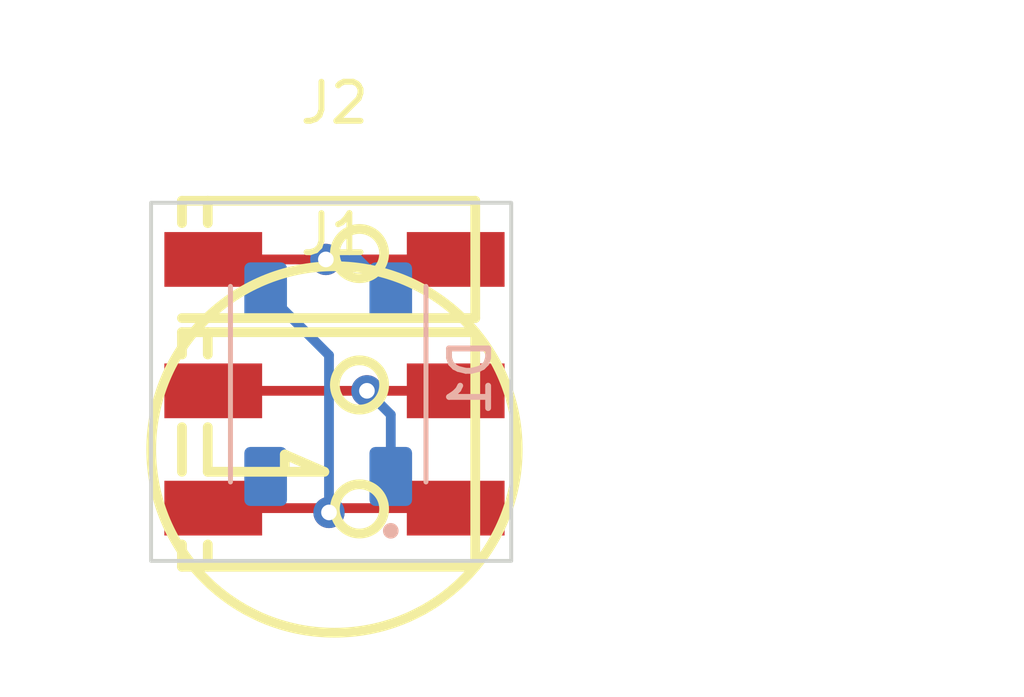
<source format=kicad_pcb>
(kicad_pcb (version 20221018) (generator pcbnew)
  (layers (0 "F.Cu" signal) (31 "B.Cu" signal) (34 "B.Paste" user) (35 "F.Paste" user) (36 "B.SilkS" user "B.Silkscreen") (37 "F.SilkS" user "F.Silkscreen") (38 "B.Mask" user) (39 "F.Mask" user) (44 "Edge.Cuts" user))
  (net 0 "")
  (net 1 "Net-(D1-DIN)")
  (net 2 "Net-(D1-VDD)")
  (net 3 "Net-(D1-VSS)")
  (footprint "easyeda2kicad:CONN-SMD_2059-302" (layer "F.Cu") (at 170.77 92.66)
    (fp_text reference "J1" (at 0 -5.5) (layer "F.SilkS"))
    (fp_text value "Screw_Terminal_01x02")
    (fp_line (start -3.9 -3) (end -3.9 -2.43) (stroke (width 0.25)) (layer "F.SilkS"))
    (fp_line (start -3.9 -3) (end -3.24 -3) (stroke (width 0.25)) (layer "F.SilkS"))
    (fp_line (start -3.9 -0.57) (end -3.9 0.57) (stroke (width 0.25)) (layer "F.SilkS"))
    (fp_line (start -3.9 2.43) (end -3.9 3) (stroke (width 0.25)) (layer "F.SilkS"))
    (fp_line (start -3.24 -3) (end -3.24 -2.43) (stroke (width 0.25)) (layer "F.SilkS"))
    (fp_line (start -3.24 -3) (end 3.6 -3) (stroke (width 0.25)) (layer "F.SilkS"))
    (fp_line (start -3.24 -0.57) (end -3.24 0.57) (stroke (width 0.25)) (layer "F.SilkS"))
    (fp_line (start -3.24 0.57) (end -0.26 0.57) (stroke (width 0.25)) (layer "F.SilkS"))
    (fp_line (start -3.24 2.43) (end -3.24 3) (stroke (width 0.25)) (layer "F.SilkS"))
    (fp_line (start -1.27 0.13) (end -1.27 0.51) (stroke (width 0.25)) (layer "F.SilkS"))
    (fp_line (start -0.26 0.57) (end -1.27 0.13) (stroke (width 0.25)) (layer "F.SilkS"))
    (fp_line (start 3.6 -3) (end 3.6 3) (stroke (width 0.25)) (layer "F.SilkS"))
    (fp_line (start 3.6 3) (end -3.9 3) (stroke (width 0.25)) (layer "F.SilkS"))
    (fp_arc (start 3.6 -3) (mid -3.6 3) (end 3.6 -3) (stroke (width 0.25)) (layer "F.SilkS"))
    (fp_circle (center 0.64 -1.65) (end 1.27 -1.65) (stroke (width 0.25)) (fill none) (layer "F.SilkS"))
    (fp_circle (center 0.64 1.52) (end 1.27 1.52) (stroke (width 0.25)) (fill none) (layer "F.SilkS"))
    (pad "1" smd rect (at -3.1 -1.5 90) (size 1.4 2.5) (layers "F.Cu" "F.Paste" "F.Mask") (net 2 "Net-(D1-VDD)"))
    (pad "1" smd rect (at 3.1 -1.5 90) (size 1.4 2.5) (layers "F.Cu" "F.Paste" "F.Mask") (net 2 "Net-(D1-VDD)"))
    (pad "2" smd rect (at -3.1 1.5 90) (size 1.4 2.5) (layers "F.Cu" "F.Paste" "F.Mask") (net 3 "Net-(D1-VSS)"))
    (pad "2" smd rect (at 3.1 1.5 90) (size 1.4 2.5) (layers "F.Cu" "F.Paste" "F.Mask") (net 3 "Net-(D1-VSS)"))
  )
  (footprint "easyeda2kicad:CONN-SMD_custom1" (layer "F.Cu") (at 170.77 89.3)
    (fp_text reference "J2" (at 0 -5.5) (layer "F.SilkS"))
    (fp_text value "Screw_Terminal_01x01")
    (fp_line (start -3.9 -3) (end -3.9 -2.43) (stroke (width 0.25)) (layer "F.SilkS"))
    (fp_line (start -3.9 -3) (end -3.24 -3) (stroke (width 0.25)) (layer "F.SilkS"))
    (fp_line (start -3.24 -3) (end -3.24 -2.43) (stroke (width 0.25)) (layer "F.SilkS"))
    (fp_line (start -3.24 -3) (end 3.6 -3) (stroke (width 0.25)) (layer "F.SilkS"))
    (fp_line (start 3.6 -3) (end 3.6 0) (stroke (width 0.25)) (layer "F.SilkS"))
    (fp_line (start 3.6 0) (end -3.9 0) (stroke (width 0.25)) (layer "F.SilkS"))
    (fp_circle (center 0.64 -1.65) (end 1.27 -1.65) (stroke (width 0.25)) (fill none) (layer "F.SilkS"))
    (pad "1" smd rect (at -3.1 -1.5 90) (size 1.4 2.5) (layers "F.Cu" "F.Paste" "F.Mask") (net 1 "Net-(D1-DIN)"))
    (pad "1" smd rect (at 3.1 -1.5 90) (size 1.4 2.5) (layers "F.Cu" "F.Paste" "F.Mask") (net 1 "Net-(D1-DIN)"))
  )
  (footprint "easyeda2kicad:SOL320P540X170-4N" (layer "B.Cu") (at 170.61 90.99 90)
    (fp_text reference "D1" (at 0.175 3.635 90) (layer "B.SilkS") (effects (justify mirror)))
    (fp_text value "2758")
    (fp_line (start -2.5 -2.5) (end 2.5 -2.5) (stroke (width 0.127)) (layer "B.SilkS"))
    (fp_line (start 2.5 2.5) (end -2.5 2.5) (stroke (width 0.127)) (layer "B.SilkS"))
    (fp_circle (center -3.75 1.6) (end -3.65 1.6) (stroke (width 0.2)) (fill none) (layer "B.SilkS"))
    (pad "1" smd roundrect (at -2.36 1.6 90) (size 1.51 1.09) (layers "B.Cu" "B.Paste" "B.Mask") (roundrect_rratio 0.14) (net 2 "Net-(D1-VDD)"))
    (pad "2" smd roundrect (at -2.36 -1.6 90) (size 1.51 1.09) (layers "B.Cu" "B.Paste" "B.Mask") (roundrect_rratio 0.14))
    (pad "3" smd roundrect (at 2.36 -1.6 90) (size 1.51 1.09) (layers "B.Cu" "B.Paste" "B.Mask") (roundrect_rratio 0.14) (net 3 "Net-(D1-VSS)"))
    (pad "4" smd roundrect (at 2.36 1.6 90) (size 1.51 1.09) (layers "B.Cu" "B.Paste" "B.Mask") (roundrect_rratio 0.14) (net 1 "Net-(D1-DIN)"))
  )
  (gr_rect (start 166.08 86.35) (end 175.29 95.51) (stroke (width 0.1)) (fill none) (layer "Edge.Cuts"))
  (segment (start 173.79 87.8) (end 170.55 87.8) (width 0.25) (layer "F.Cu") (net 1))
  (segment (start 167.59 87.8) (end 170.55 87.8) (width 0.25) (layer "F.Cu") (net 1))
  (via (at 170.55 87.8) (size 0.8) (drill 0.4) (layers "F.Cu" "B.Cu") (net 1))
  (segment (start 170.55 87.8) (end 171.38 87.8) (width 0.25) (layer "B.Cu") (net 1))
  (segment (start 171.38 87.8) (end 172.21 88.63) (width 0.25) (layer "B.Cu") (net 1))
  (segment (start 171.6 91.16) (end 173.87 91.16) (width 0.25) (layer "F.Cu") (net 2))
  (segment (start 171.6 91.16) (end 167.67 91.16) (width 0.25) (layer "F.Cu") (net 2))
  (segment (start 167.6 90.69) (end 167.61 90.68) (width 0.25) (layer "F.Cu") (net 2))
  (via (at 171.6 91.16) (size 0.8) (drill 0.4) (layers "F.Cu" "B.Cu") (net 2))
  (segment (start 172.21 91.77) (end 172.21 93.35) (width 0.25) (layer "B.Cu") (net 2))
  (segment (start 171.6 91.16) (end 172.21 91.77) (width 0.25) (layer "B.Cu") (net 2))
  (segment (start 170.52 94.16) (end 167.67 94.16) (width 0.25) (layer "F.Cu") (net 3))
  (segment (start 173.87 94.16) (end 170.74 94.16) (width 0.25) (layer "F.Cu") (net 3))
  (segment (start 170.63 94.27) (end 170.52 94.16) (width 0.25) (layer "F.Cu") (net 3))
  (segment (start 170.74 94.16) (end 170.63 94.27) (width 0.25) (layer "F.Cu") (net 3))
  (via (at 170.63 94.27) (size 0.8) (drill 0.4) (layers "F.Cu" "B.Cu") (net 3))
  (segment (start 169.01 88.63) (end 170.63 90.25) (width 0.25) (layer "B.Cu") (net 3))
  (segment (start 170.63 90.25) (end 170.63 94.27) (width 0.25) (layer "B.Cu") (net 3))
  (segment (start 170.63 94.27) (end 170.63 94.15) (width 0.25) (layer "B.Cu") (net 3))
)
</source>
